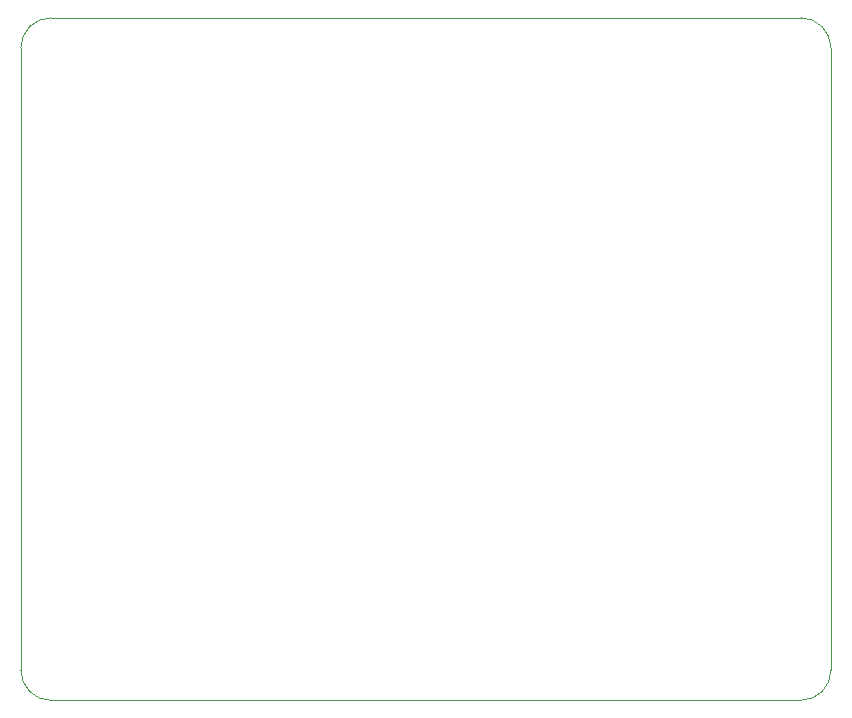
<source format=gbr>
%TF.GenerationSoftware,KiCad,Pcbnew,8.0.2*%
%TF.CreationDate,2024-06-16T09:55:42+02:00*%
%TF.ProjectId,pmod-factory,706d6f64-2d66-4616-9374-6f72792e6b69,rev?*%
%TF.SameCoordinates,Original*%
%TF.FileFunction,Profile,NP*%
%FSLAX46Y46*%
G04 Gerber Fmt 4.6, Leading zero omitted, Abs format (unit mm)*
G04 Created by KiCad (PCBNEW 8.0.2) date 2024-06-16 09:55:42*
%MOMM*%
%LPD*%
G01*
G04 APERTURE LIST*
%TA.AperFunction,Profile*%
%ADD10C,0.100000*%
%TD*%
G04 APERTURE END LIST*
D10*
X173990000Y-73660000D02*
X173990000Y-126365000D01*
X105410000Y-126365000D02*
X105410000Y-73660000D01*
X107950000Y-128905000D02*
G75*
G02*
X105410000Y-126365000I0J2540000D01*
G01*
X173990000Y-126365000D02*
G75*
G02*
X171450000Y-128905000I-2540000J0D01*
G01*
X105410000Y-73660000D02*
G75*
G02*
X107950000Y-71120000I2540000J0D01*
G01*
X171450000Y-128905000D02*
X107950000Y-128905000D01*
X107950000Y-71120000D02*
X171450000Y-71120000D01*
X171450000Y-71120000D02*
G75*
G02*
X173990000Y-73660000I0J-2540000D01*
G01*
M02*

</source>
